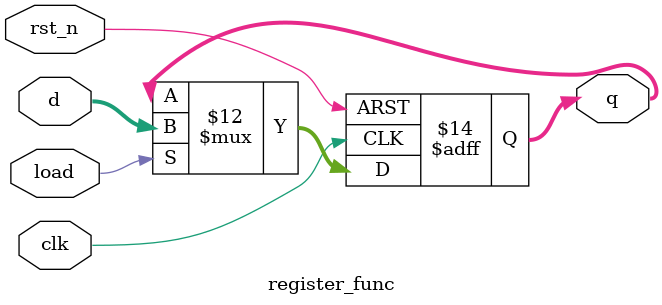
<source format=v>
module register_func (
	input clk, rst_n, load,
	input [3:0] d,
	output reg [3:0] q
);

	function [3:0] next_val;
		input [3:0] data, prev;
 		input load_en, rst_in;
     		begin
       			if (!rst_in)       next_val = 4'b0000;  
       			else if (load_en)  next_val = data;     
        		else               next_val = prev;     
       		end
	endfunction

	always @(posedge clk or negedge rst_n)
		q <= next_val(d, q, load, rst_n);

endmodule


</source>
